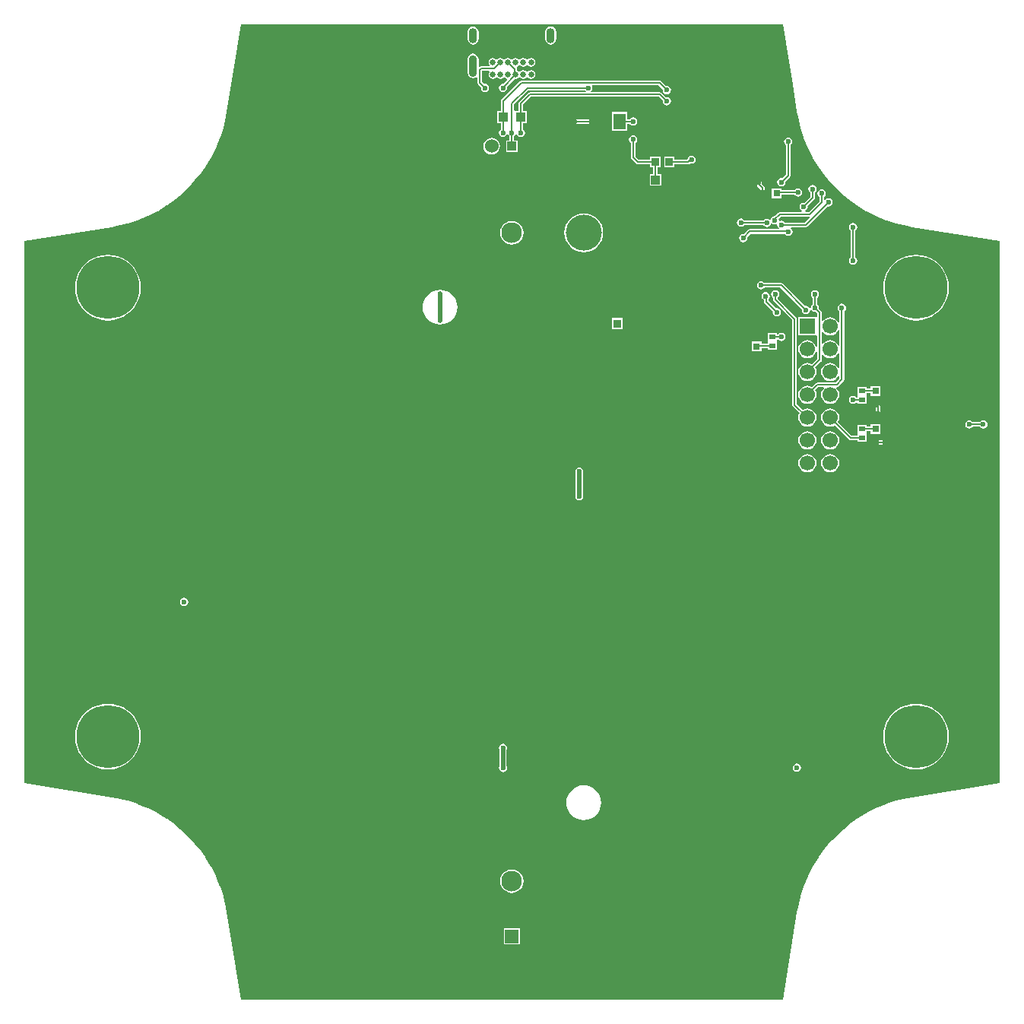
<source format=gtl>
G04*
G04 #@! TF.GenerationSoftware,Altium Limited,Altium Designer,20.0.11 (256)*
G04*
G04 Layer_Physical_Order=1*
G04 Layer_Color=255*
%FSLAX25Y25*%
%MOIN*%
G70*
G01*
G75*
%ADD12C,0.00787*%
%ADD15C,0.01968*%
%ADD16R,0.02756X0.02362*%
%ADD17R,0.03150X0.03150*%
%ADD18R,0.03150X0.03150*%
%ADD19R,0.03347X0.03347*%
%ADD20R,0.05512X0.07087*%
%ADD45R,0.03937X0.03937*%
%ADD46R,0.03937X0.03937*%
%ADD47O,0.03543X0.06693*%
%ADD48O,0.03543X0.09449*%
%ADD49C,0.02559*%
%ADD50R,0.05906X0.05906*%
%ADD51C,0.05906*%
%ADD52C,0.06693*%
%ADD53R,0.06693X0.06693*%
%ADD54C,0.06000*%
%ADD55C,0.09055*%
%ADD56O,0.02165X0.13976*%
%ADD57C,0.15748*%
%ADD58C,0.03543*%
%ADD59R,0.03543X0.03543*%
%ADD60C,0.27559*%
%ADD61C,0.02362*%
G36*
X298965Y294062D02*
X298965Y294062D01*
X300265Y285853D01*
Y285853D01*
X302142Y274003D01*
X302148Y273988D01*
X302148Y273972D01*
X302556Y271682D01*
X302574Y271636D01*
X302576Y271587D01*
X303662Y267064D01*
X303689Y267005D01*
X303697Y266941D01*
X305134Y262517D01*
X305166Y262460D01*
X305179Y262396D01*
X306959Y258099D01*
X306995Y258045D01*
X307013Y257982D01*
X309124Y253837D01*
X309165Y253786D01*
X309187Y253726D01*
X311618Y249759D01*
X311662Y249712D01*
X311689Y249653D01*
X314423Y245889D01*
X314471Y245845D01*
X314503Y245789D01*
X317524Y242251D01*
X317575Y242211D01*
X317611Y242157D01*
X320900Y238868D01*
X320954Y238832D01*
X320994Y238781D01*
X324532Y235760D01*
X324588Y235728D01*
X324632Y235680D01*
X328396Y232946D01*
X328454Y232919D01*
X328502Y232875D01*
X332469Y230444D01*
X332529Y230422D01*
X332580Y230382D01*
X336725Y228270D01*
X336788Y228252D01*
X336842Y228216D01*
X341139Y226436D01*
X341203Y226423D01*
X341260Y226392D01*
X345684Y224954D01*
X345748Y224946D01*
X345807Y224919D01*
X350330Y223833D01*
X350379Y223831D01*
X350424Y223814D01*
X352715Y223405D01*
X352731Y223405D01*
X352746Y223399D01*
X390936Y217351D01*
X390940Y-20503D01*
X352746Y-26552D01*
X352731Y-26558D01*
X352715Y-26558D01*
X350424Y-26967D01*
X350379Y-26984D01*
X350330Y-26986D01*
X345807Y-28072D01*
X345748Y-28100D01*
X345684Y-28107D01*
X341260Y-29545D01*
X341203Y-29576D01*
X341139Y-29589D01*
X336842Y-31369D01*
X336788Y-31405D01*
X336725Y-31423D01*
X332580Y-33535D01*
X332529Y-33575D01*
X332469Y-33597D01*
X328502Y-36028D01*
X328454Y-36072D01*
X328396Y-36099D01*
X324632Y-38833D01*
X324588Y-38881D01*
X324532Y-38913D01*
X320994Y-41934D01*
X320954Y-41985D01*
X320900Y-42021D01*
X317611Y-45310D01*
X317575Y-45364D01*
X317524Y-45404D01*
X314503Y-48942D01*
X314471Y-48998D01*
X314423Y-49042D01*
X311689Y-52806D01*
X311662Y-52865D01*
X311618Y-52912D01*
X309187Y-56879D01*
X309165Y-56940D01*
X309124Y-56990D01*
X307013Y-61135D01*
X306995Y-61198D01*
X306959Y-61252D01*
X305179Y-65549D01*
X305166Y-65613D01*
X305134Y-65670D01*
X303697Y-70094D01*
X303689Y-70158D01*
X303662Y-70217D01*
X302576Y-74741D01*
X302574Y-74789D01*
X302556Y-74835D01*
X302148Y-77125D01*
X302148Y-77140D01*
X302143Y-77154D01*
X296044Y-115350D01*
X58240D01*
X54067Y-89006D01*
X54067Y-89006D01*
X52190Y-77156D01*
X52185Y-77141D01*
X52185Y-77125D01*
X51776Y-74835D01*
X51758Y-74789D01*
X51757Y-74741D01*
X50671Y-70217D01*
X50643Y-70158D01*
X50636Y-70094D01*
X49198Y-65670D01*
X49167Y-65613D01*
X49154Y-65549D01*
X47374Y-61252D01*
X47338Y-61198D01*
X47320Y-61135D01*
X45208Y-56990D01*
X45168Y-56940D01*
X45146Y-56879D01*
X42715Y-52912D01*
X42671Y-52865D01*
X42644Y-52806D01*
X39909Y-49042D01*
X39862Y-48998D01*
X39830Y-48942D01*
X36809Y-45404D01*
X36758Y-45364D01*
X36722Y-45310D01*
X33433Y-42021D01*
X33379Y-41985D01*
X33338Y-41934D01*
X29801Y-38913D01*
X29745Y-38881D01*
X29701Y-38833D01*
X25937Y-36099D01*
X25878Y-36072D01*
X25831Y-36028D01*
X21864Y-33597D01*
X21803Y-33575D01*
X21752Y-33535D01*
X17607Y-31423D01*
X17545Y-31405D01*
X17491Y-31369D01*
X13193Y-29589D01*
X13130Y-29576D01*
X13073Y-29545D01*
X8649Y-28107D01*
X8585Y-28100D01*
X8526Y-28072D01*
X4002Y-26986D01*
X3954Y-26984D01*
X3908Y-26967D01*
X1618Y-26558D01*
X1603Y-26558D01*
X1588Y-26553D01*
X-36608Y-20454D01*
Y217301D01*
X1588Y223400D01*
X1603Y223405D01*
X1618Y223405D01*
X3908Y223814D01*
X3954Y223831D01*
X4002Y223833D01*
X8526Y224919D01*
X8585Y224946D01*
X8649Y224954D01*
X13073Y226392D01*
X13130Y226423D01*
X13193Y226436D01*
X17491Y228216D01*
X17545Y228252D01*
X17607Y228270D01*
X21752Y230382D01*
X21803Y230422D01*
X21864Y230444D01*
X25831Y232875D01*
X25878Y232919D01*
X25937Y232946D01*
X29701Y235680D01*
X29745Y235728D01*
X29801Y235760D01*
X33338Y238781D01*
X33379Y238832D01*
X33433Y238868D01*
X36722Y242157D01*
X36758Y242211D01*
X36809Y242251D01*
X39830Y245789D01*
X39862Y245845D01*
X39909Y245889D01*
X42644Y249653D01*
X42671Y249712D01*
X42715Y249759D01*
X45146Y253726D01*
X45168Y253786D01*
X45208Y253837D01*
X47320Y257982D01*
X47338Y258045D01*
X47374Y258099D01*
X49154Y262396D01*
X49167Y262460D01*
X49198Y262517D01*
X50636Y266941D01*
X50643Y267005D01*
X50671Y267064D01*
X51757Y271587D01*
X51758Y271636D01*
X51776Y271682D01*
X52185Y273972D01*
X52185Y273988D01*
X52191Y274003D01*
X54067Y285853D01*
X55367Y294060D01*
X58287Y312197D01*
X296093D01*
X298965Y294062D01*
D02*
G37*
%LPC*%
G36*
X194193Y311414D02*
X193268Y311230D01*
X192484Y310706D01*
X191959Y309922D01*
X191775Y308996D01*
Y305846D01*
X191959Y304921D01*
X192484Y304137D01*
X193268Y303612D01*
X194193Y303429D01*
X195119Y303612D01*
X195903Y304137D01*
X196427Y304921D01*
X196611Y305846D01*
Y308996D01*
X196427Y309922D01*
X195903Y310706D01*
X195119Y311230D01*
X194193Y311414D01*
D02*
G37*
G36*
X160137D02*
X159212Y311230D01*
X158428Y310706D01*
X157903Y309922D01*
X157719Y308996D01*
Y305846D01*
X157903Y304921D01*
X158428Y304137D01*
X159212Y303612D01*
X160137Y303429D01*
X161063Y303612D01*
X161847Y304137D01*
X162371Y304921D01*
X162555Y305846D01*
Y308996D01*
X162371Y309922D01*
X161847Y310706D01*
X161063Y311230D01*
X160137Y311414D01*
D02*
G37*
G36*
Y299485D02*
X159212Y299301D01*
X158428Y298777D01*
X157903Y297992D01*
X157719Y297067D01*
Y291161D01*
X157903Y290236D01*
X158428Y289452D01*
X159212Y288927D01*
X160137Y288743D01*
X161063Y288927D01*
X161666Y289331D01*
X162166Y289097D01*
Y286624D01*
X162243Y286236D01*
X162463Y285908D01*
X163602Y284768D01*
X163538Y284449D01*
X163677Y283754D01*
X164070Y283165D01*
X164659Y282771D01*
X165354Y282633D01*
X166049Y282771D01*
X166638Y283165D01*
X167032Y283754D01*
X167170Y284449D01*
X167032Y285144D01*
X166638Y285733D01*
X166049Y286127D01*
X165354Y286265D01*
X165035Y286201D01*
X164192Y287044D01*
Y291893D01*
X164199Y291900D01*
X167045D01*
X167303Y291400D01*
X167029Y290990D01*
X166883Y290256D01*
X167029Y289523D01*
X167444Y288901D01*
X168066Y288486D01*
X168799Y288340D01*
X169533Y288486D01*
X170154Y288901D01*
X170222Y289003D01*
X170722D01*
X170790Y288901D01*
X171412Y288486D01*
X172145Y288340D01*
X172879Y288486D01*
X173500Y288901D01*
X173569Y289004D01*
X174069D01*
X174137Y288901D01*
X174759Y288486D01*
X174982Y288441D01*
X175147Y287899D01*
X173466Y286218D01*
X173228Y286265D01*
X172533Y286127D01*
X171944Y285733D01*
X171551Y285144D01*
X171412Y284449D01*
X171551Y283754D01*
X171944Y283165D01*
X172533Y282771D01*
X173228Y282633D01*
X173923Y282771D01*
X174512Y283165D01*
X174906Y283754D01*
X175044Y284449D01*
X174964Y284851D01*
X178517Y288404D01*
X178838Y288340D01*
X179572Y288486D01*
X180193Y288901D01*
X180262Y289004D01*
X180762D01*
X180830Y288901D01*
X181452Y288486D01*
X182185Y288340D01*
X182919Y288486D01*
X183540Y288901D01*
X183608Y289003D01*
X184108D01*
X184176Y288901D01*
X184798Y288486D01*
X185531Y288340D01*
X186265Y288486D01*
X186886Y288901D01*
X187302Y289523D01*
X187448Y290256D01*
X187302Y290990D01*
X186886Y291611D01*
X186265Y292027D01*
X185531Y292173D01*
X184798Y292027D01*
X184176Y291611D01*
X184108Y291510D01*
X183608D01*
X183540Y291611D01*
X182919Y292027D01*
X182185Y292173D01*
X181452Y292027D01*
X180830Y291611D01*
X180762Y291509D01*
X180262D01*
X180193Y291611D01*
X179572Y292027D01*
X179513Y292039D01*
Y292563D01*
X179435Y292951D01*
X179251Y293226D01*
X179313Y293600D01*
X179361Y293758D01*
X179572Y293800D01*
X180193Y294215D01*
X180262Y294318D01*
X180762D01*
X180830Y294215D01*
X181452Y293800D01*
X182185Y293654D01*
X182919Y293800D01*
X183540Y294215D01*
X183608Y294317D01*
X184108D01*
X184176Y294215D01*
X184798Y293800D01*
X185531Y293654D01*
X186265Y293800D01*
X186886Y294215D01*
X187302Y294837D01*
X187448Y295570D01*
X187302Y296304D01*
X186886Y296925D01*
X186265Y297341D01*
X185531Y297487D01*
X184798Y297341D01*
X184176Y296925D01*
X184108Y296824D01*
X183608D01*
X183540Y296925D01*
X182919Y297341D01*
X182185Y297487D01*
X181452Y297341D01*
X180830Y296925D01*
X180762Y296823D01*
X180262D01*
X180193Y296925D01*
X179572Y297341D01*
X178838Y297487D01*
X178105Y297341D01*
X177483Y296925D01*
X177415Y296824D01*
X176915D01*
X176847Y296925D01*
X176226Y297341D01*
X175492Y297487D01*
X174759Y297341D01*
X174137Y296925D01*
X174069Y296823D01*
X173569D01*
X173500Y296925D01*
X172879Y297341D01*
X172145Y297487D01*
X171412Y297341D01*
X170790Y296925D01*
X170722Y296824D01*
X170222D01*
X170154Y296925D01*
X169533Y297341D01*
X168799Y297487D01*
X168066Y297341D01*
X167444Y296925D01*
X167029Y296304D01*
X166883Y295570D01*
X167029Y294837D01*
X167303Y294427D01*
X167045Y293927D01*
X163779D01*
X163392Y293849D01*
X163063Y293630D01*
X163017Y293584D01*
X162555Y293775D01*
Y297067D01*
X162371Y297992D01*
X161847Y298777D01*
X161063Y299301D01*
X160137Y299485D01*
D02*
G37*
G36*
X241920Y287637D02*
X181309D01*
X180921Y287560D01*
X180592Y287340D01*
X172512Y279260D01*
X172292Y278931D01*
X172215Y278543D01*
Y274222D01*
X170660D01*
Y269085D01*
X172215D01*
Y266229D01*
X171944Y266048D01*
X171551Y265459D01*
X171412Y264764D01*
X171551Y264069D01*
X171944Y263480D01*
X172533Y263086D01*
X173228Y262948D01*
X173923Y263086D01*
X174512Y263480D01*
X174906Y264069D01*
X174942Y264249D01*
X175452D01*
X175488Y264069D01*
X175881Y263480D01*
X176152Y263299D01*
Y261427D01*
X174597D01*
Y256290D01*
X179734D01*
Y261427D01*
X178179D01*
Y263299D01*
X178449Y263480D01*
X178843Y264069D01*
X178879Y264249D01*
X179389D01*
X179425Y264069D01*
X179818Y263480D01*
X180407Y263086D01*
X181102Y262948D01*
X181797Y263086D01*
X182387Y263480D01*
X182780Y264069D01*
X182918Y264764D01*
X182780Y265459D01*
X182387Y266048D01*
X182115Y266229D01*
Y269085D01*
X183671D01*
Y274222D01*
X182115D01*
Y277139D01*
X185459Y280483D01*
X241706D01*
X243326Y278863D01*
X243263Y278543D01*
X243401Y277848D01*
X243795Y277259D01*
X244384Y276866D01*
X245079Y276727D01*
X245774Y276866D01*
X246363Y277259D01*
X246757Y277848D01*
X246895Y278543D01*
X246757Y279238D01*
X246363Y279827D01*
X245774Y280221D01*
X245079Y280359D01*
X244759Y280296D01*
X242842Y282212D01*
X242514Y282432D01*
X242126Y282509D01*
X211833D01*
X211681Y283009D01*
X211914Y283165D01*
X212308Y283754D01*
X212446Y284449D01*
X212314Y285110D01*
X212318Y285220D01*
X212526Y285610D01*
X241500D01*
X243326Y283784D01*
X243263Y283465D01*
X243401Y282770D01*
X243795Y282181D01*
X244384Y281787D01*
X245079Y281649D01*
X245774Y281787D01*
X246363Y282181D01*
X246757Y282770D01*
X246895Y283465D01*
X246757Y284159D01*
X246363Y284749D01*
X245774Y285142D01*
X245079Y285281D01*
X244759Y285217D01*
X242636Y287340D01*
X242307Y287560D01*
X241920Y287637D01*
D02*
G37*
G36*
X213583Y270698D02*
X204724D01*
X204337Y270621D01*
X204008Y270402D01*
X203788Y270073D01*
X203711Y269685D01*
X203788Y269297D01*
X204008Y268969D01*
X204337Y268749D01*
X204724Y268672D01*
X213583D01*
X213970Y268749D01*
X214299Y268969D01*
X214519Y269297D01*
X214596Y269685D01*
X214519Y270073D01*
X214299Y270402D01*
X213970Y270621D01*
X213583Y270698D01*
D02*
G37*
G36*
X227765Y273828D02*
X221054D01*
Y265542D01*
X227765D01*
Y268672D01*
X228850D01*
X229031Y268401D01*
X229620Y268007D01*
X230315Y267869D01*
X231010Y268007D01*
X231599Y268401D01*
X231993Y268990D01*
X232131Y269685D01*
X231993Y270380D01*
X231599Y270969D01*
X231010Y271363D01*
X230315Y271501D01*
X229620Y271363D01*
X229031Y270969D01*
X228850Y270698D01*
X227765D01*
Y273828D01*
D02*
G37*
G36*
X168307Y262489D02*
X167367Y262366D01*
X166492Y262003D01*
X165740Y261426D01*
X165163Y260674D01*
X164800Y259798D01*
X164676Y258858D01*
X164800Y257919D01*
X165163Y257043D01*
X165740Y256291D01*
X166492Y255714D01*
X167367Y255351D01*
X168307Y255227D01*
X169247Y255351D01*
X170123Y255714D01*
X170875Y256291D01*
X171452Y257043D01*
X171814Y257919D01*
X171938Y258858D01*
X171814Y259798D01*
X171452Y260674D01*
X170875Y261426D01*
X170123Y262003D01*
X169247Y262366D01*
X168307Y262489D01*
D02*
G37*
G36*
X255906Y254769D02*
X255211Y254630D01*
X254621Y254237D01*
X254228Y253648D01*
X254100Y253006D01*
X254076Y252982D01*
X248435D01*
Y254242D01*
X243888D01*
Y249695D01*
X248435D01*
Y250955D01*
X254495D01*
X254883Y251032D01*
X255211Y251252D01*
X255230Y251271D01*
X255906Y251137D01*
X256600Y251275D01*
X257190Y251669D01*
X257583Y252258D01*
X257721Y252953D01*
X257583Y253648D01*
X257190Y254237D01*
X256600Y254630D01*
X255906Y254769D01*
D02*
G37*
G36*
X298228Y262643D02*
X297533Y262505D01*
X296944Y262111D01*
X296551Y261522D01*
X296412Y260827D01*
X296551Y260132D01*
X296944Y259543D01*
X297215Y259362D01*
Y246483D01*
X295595Y244863D01*
X295276Y244926D01*
X294581Y244788D01*
X293991Y244394D01*
X293598Y243805D01*
X293460Y243110D01*
X293598Y242415D01*
X293991Y241826D01*
X294581Y241432D01*
X295276Y241294D01*
X295971Y241432D01*
X296560Y241826D01*
X296953Y242415D01*
X297092Y243110D01*
X297028Y243430D01*
X298945Y245347D01*
X299164Y245675D01*
X299241Y246063D01*
Y259362D01*
X299512Y259543D01*
X299906Y260132D01*
X300044Y260827D01*
X299906Y261522D01*
X299512Y262111D01*
X298923Y262505D01*
X298228Y262643D01*
D02*
G37*
G36*
X230315Y263627D02*
X229620Y263489D01*
X229031Y263095D01*
X228637Y262506D01*
X228499Y261811D01*
X228637Y261116D01*
X229031Y260527D01*
X229302Y260346D01*
Y253937D01*
X229379Y253549D01*
X229598Y253221D01*
X231567Y251252D01*
X231896Y251032D01*
X232283Y250955D01*
X237786D01*
Y249695D01*
X239046D01*
Y246663D01*
X237589D01*
Y241526D01*
X242726D01*
Y246663D01*
X241072D01*
Y249695D01*
X242332D01*
Y254242D01*
X237786D01*
Y252982D01*
X232703D01*
X231328Y254357D01*
Y260346D01*
X231599Y260527D01*
X231993Y261116D01*
X232131Y261811D01*
X231993Y262506D01*
X231599Y263095D01*
X231010Y263489D01*
X230315Y263627D01*
D02*
G37*
G36*
X302576Y240415D02*
X301881Y240277D01*
X301291Y239883D01*
X301111Y239612D01*
X295482D01*
Y240364D01*
X291132D01*
Y236014D01*
X295482D01*
Y237586D01*
X301111D01*
X301291Y237315D01*
X301881Y236922D01*
X302576Y236783D01*
X303271Y236922D01*
X303860Y237315D01*
X304253Y237904D01*
X304392Y238599D01*
X304253Y239294D01*
X303860Y239883D01*
X303271Y240277D01*
X302576Y240415D01*
D02*
G37*
G36*
X285433Y244123D02*
X285045Y244046D01*
X284717Y243827D01*
X284497Y243498D01*
X284420Y243110D01*
X284497Y242723D01*
X284717Y242394D01*
X284721Y242389D01*
Y241825D01*
X284798Y241437D01*
X285018Y241108D01*
X286062Y240064D01*
Y238515D01*
X286139Y238127D01*
X286359Y237799D01*
X286685Y237473D01*
X287014Y237253D01*
X287402Y237176D01*
X287789Y237253D01*
X288118Y237473D01*
X288338Y237801D01*
X288415Y238189D01*
X288338Y238577D01*
X288118Y238905D01*
X288089Y238935D01*
Y240484D01*
X288012Y240871D01*
X287792Y241200D01*
X286748Y242244D01*
Y242809D01*
X286670Y243197D01*
X286451Y243525D01*
X286150Y243827D01*
X285821Y244046D01*
X285433Y244123D01*
D02*
G37*
G36*
X308997Y241915D02*
X308302Y241777D01*
X307713Y241383D01*
X307319Y240794D01*
X307181Y240099D01*
X307319Y239404D01*
X307713Y238815D01*
X308042Y238595D01*
Y236640D01*
X305376Y233974D01*
X305057Y234038D01*
X304362Y233900D01*
X303773Y233506D01*
X303379Y232917D01*
X303241Y232222D01*
X303379Y231527D01*
X303773Y230938D01*
X304330Y230566D01*
X304335Y230529D01*
X304058Y230065D01*
X294694D01*
X294306Y229988D01*
X293977Y229769D01*
X292382Y228173D01*
X291740Y228045D01*
X291151Y227652D01*
X290757Y227062D01*
X290689Y226717D01*
X290446Y226625D01*
X290150Y226574D01*
X289620Y226928D01*
X288926Y227066D01*
X288230Y226928D01*
X287641Y226535D01*
X287556Y226407D01*
X279024D01*
X278843Y226678D01*
X278254Y227071D01*
X277559Y227210D01*
X276864Y227071D01*
X276275Y226678D01*
X275881Y226089D01*
X275743Y225394D01*
X275881Y224699D01*
X276275Y224110D01*
X276864Y223716D01*
X277559Y223578D01*
X278254Y223716D01*
X278843Y224110D01*
X279024Y224380D01*
X287365D01*
X287641Y223966D01*
X288230Y223573D01*
X288926Y223434D01*
X289620Y223573D01*
X290210Y223966D01*
X290603Y224555D01*
X290672Y224901D01*
X290915Y224993D01*
X291210Y225044D01*
X291740Y224690D01*
X292435Y224552D01*
X293000Y224664D01*
X293322Y224486D01*
X293477Y224320D01*
X293598Y223714D01*
X293991Y223125D01*
X294224Y222970D01*
X294073Y222470D01*
X281496D01*
X281108Y222393D01*
X280780Y222173D01*
X278863Y220256D01*
X278543Y220320D01*
X277848Y220182D01*
X277259Y219788D01*
X276866Y219199D01*
X276727Y218504D01*
X276866Y217809D01*
X277259Y217220D01*
X277848Y216826D01*
X278543Y216688D01*
X279238Y216826D01*
X279827Y217220D01*
X280221Y217809D01*
X280359Y218504D01*
X280296Y218824D01*
X281916Y220444D01*
X296976D01*
X297170Y220153D01*
X297759Y219759D01*
X298454Y219621D01*
X299149Y219759D01*
X299739Y220153D01*
X300132Y220742D01*
X300270Y221437D01*
X300132Y222132D01*
X299739Y222721D01*
X299476Y222896D01*
X299628Y223396D01*
X306102D01*
X306490Y223473D01*
X306819Y223693D01*
X315625Y232500D01*
X315945Y232436D01*
X316640Y232574D01*
X317229Y232968D01*
X317623Y233557D01*
X317761Y234252D01*
X317623Y234947D01*
X317229Y235536D01*
X316640Y235930D01*
X315945Y236068D01*
X315250Y235930D01*
X314661Y235536D01*
X314505Y235303D01*
X314005Y235455D01*
Y236703D01*
X314215Y236843D01*
X314608Y237433D01*
X314747Y238127D01*
X314608Y238823D01*
X314215Y239412D01*
X313626Y239805D01*
X312931Y239944D01*
X312236Y239805D01*
X311647Y239412D01*
X311253Y238823D01*
X311115Y238127D01*
X311253Y237433D01*
X311647Y236843D01*
X311979Y236621D01*
Y234672D01*
X307373Y230065D01*
X306055D01*
X305778Y230529D01*
X305783Y230566D01*
X306341Y230938D01*
X306734Y231527D01*
X306873Y232222D01*
X306809Y232542D01*
X309771Y235504D01*
X309991Y235833D01*
X310068Y236221D01*
Y238673D01*
X310281Y238815D01*
X310675Y239404D01*
X310813Y240099D01*
X310675Y240794D01*
X310281Y241383D01*
X309692Y241777D01*
X308997Y241915D01*
D02*
G37*
G36*
X177165Y226038D02*
X175827Y225862D01*
X174579Y225345D01*
X173508Y224523D01*
X172686Y223452D01*
X172170Y222205D01*
X171994Y220866D01*
X172170Y219528D01*
X172686Y218280D01*
X173508Y217209D01*
X174579Y216387D01*
X175827Y215871D01*
X177165Y215694D01*
X178504Y215871D01*
X179751Y216387D01*
X180822Y217209D01*
X181644Y218280D01*
X182161Y219528D01*
X182337Y220866D01*
X182161Y222205D01*
X181644Y223452D01*
X180822Y224523D01*
X179751Y225345D01*
X178504Y225862D01*
X177165Y226038D01*
D02*
G37*
G36*
X208661Y229381D02*
X207000Y229218D01*
X205403Y228733D01*
X203931Y227946D01*
X202640Y226887D01*
X201581Y225597D01*
X200795Y224125D01*
X200310Y222527D01*
X200146Y220866D01*
X200310Y219205D01*
X200795Y217608D01*
X201581Y216136D01*
X202640Y214845D01*
X203931Y213786D01*
X205403Y212999D01*
X207000Y212515D01*
X208661Y212351D01*
X210323Y212515D01*
X211920Y212999D01*
X213392Y213786D01*
X214682Y214845D01*
X215741Y216136D01*
X216528Y217608D01*
X217013Y219205D01*
X217176Y220866D01*
X217013Y222527D01*
X216528Y224125D01*
X215741Y225597D01*
X214682Y226887D01*
X213392Y227946D01*
X211920Y228733D01*
X210323Y229218D01*
X208661Y229381D01*
D02*
G37*
G36*
X326772Y225241D02*
X326077Y225103D01*
X325488Y224709D01*
X325094Y224120D01*
X324956Y223425D01*
X325094Y222730D01*
X325488Y222141D01*
X325759Y221960D01*
Y210126D01*
X325488Y209946D01*
X325094Y209356D01*
X324956Y208661D01*
X325094Y207966D01*
X325488Y207377D01*
X326077Y206984D01*
X326772Y206845D01*
X327467Y206984D01*
X328056Y207377D01*
X328449Y207966D01*
X328588Y208661D01*
X328449Y209356D01*
X328056Y209946D01*
X327785Y210126D01*
Y221960D01*
X328056Y222141D01*
X328449Y222730D01*
X328588Y223425D01*
X328449Y224120D01*
X328056Y224709D01*
X327467Y225103D01*
X326772Y225241D01*
D02*
G37*
G36*
X288386Y194936D02*
X287691Y194797D01*
X287102Y194404D01*
X286708Y193815D01*
X286570Y193120D01*
X286708Y192425D01*
X287102Y191836D01*
X287560Y191529D01*
Y190758D01*
X287637Y190370D01*
X287857Y190041D01*
X291555Y186343D01*
X291491Y186024D01*
X291629Y185329D01*
X292023Y184739D01*
X292612Y184346D01*
X293307Y184208D01*
X294002Y184346D01*
X294591Y184739D01*
X294985Y185329D01*
X295123Y186024D01*
X294985Y186719D01*
X294591Y187308D01*
X294002Y187701D01*
X293307Y187840D01*
X292987Y187776D01*
X289586Y191177D01*
Y191780D01*
X289670Y191836D01*
X290064Y192425D01*
X290202Y193120D01*
X290064Y193815D01*
X289670Y194404D01*
X289081Y194797D01*
X288386Y194936D01*
D02*
G37*
G36*
X354331Y211274D02*
X352074Y211097D01*
X349873Y210568D01*
X347782Y209702D01*
X345853Y208520D01*
X344131Y207050D01*
X342661Y205329D01*
X341479Y203399D01*
X340613Y201308D01*
X340084Y199107D01*
X339907Y196850D01*
X340084Y194594D01*
X340613Y192393D01*
X341479Y190302D01*
X342661Y188372D01*
X344131Y186651D01*
X345853Y185181D01*
X347782Y183999D01*
X349873Y183132D01*
X352074Y182604D01*
X354331Y182426D01*
X356587Y182604D01*
X358788Y183132D01*
X360879Y183999D01*
X362809Y185181D01*
X364530Y186651D01*
X366000Y188372D01*
X367183Y190302D01*
X368049Y192393D01*
X368577Y194594D01*
X368755Y196850D01*
X368577Y199107D01*
X368049Y201308D01*
X367183Y203399D01*
X366000Y205329D01*
X364530Y207050D01*
X362809Y208520D01*
X360879Y209702D01*
X358788Y210568D01*
X356587Y211097D01*
X354331Y211274D01*
D02*
G37*
G36*
X0D02*
X-2256Y211097D01*
X-4457Y210568D01*
X-6548Y209702D01*
X-8478Y208520D01*
X-10199Y207050D01*
X-11669Y205329D01*
X-12852Y203399D01*
X-13718Y201308D01*
X-14246Y199107D01*
X-14424Y196850D01*
X-14246Y194594D01*
X-13718Y192393D01*
X-12852Y190302D01*
X-11669Y188372D01*
X-10199Y186651D01*
X-8478Y185181D01*
X-6548Y183999D01*
X-4457Y183132D01*
X-2256Y182604D01*
X0Y182426D01*
X2256Y182604D01*
X4457Y183132D01*
X6548Y183999D01*
X8478Y185181D01*
X10199Y186651D01*
X11669Y188372D01*
X12852Y190302D01*
X13718Y192393D01*
X14246Y194594D01*
X14424Y196850D01*
X14246Y199107D01*
X13718Y201308D01*
X12852Y203399D01*
X11669Y205329D01*
X10199Y207050D01*
X8478Y208520D01*
X6548Y209702D01*
X4457Y210568D01*
X2256Y211097D01*
X0Y211274D01*
D02*
G37*
G36*
X145669Y195893D02*
X144182Y195746D01*
X142751Y195312D01*
X141433Y194608D01*
X140278Y193659D01*
X139329Y192504D01*
X138625Y191186D01*
X138191Y189755D01*
X138044Y188268D01*
X138191Y186780D01*
X138625Y185350D01*
X139329Y184031D01*
X140278Y182876D01*
X141433Y181928D01*
X142751Y181223D01*
X144182Y180789D01*
X145669Y180643D01*
X147157Y180789D01*
X148587Y181223D01*
X149906Y181928D01*
X151061Y182876D01*
X152009Y184031D01*
X152714Y185350D01*
X153148Y186780D01*
X153294Y188268D01*
X153148Y189755D01*
X152714Y191186D01*
X152009Y192504D01*
X151061Y193659D01*
X149906Y194608D01*
X148587Y195312D01*
X147157Y195746D01*
X145669Y195893D01*
D02*
G37*
G36*
X225797Y183474D02*
X221054D01*
Y178731D01*
X225797D01*
Y183474D01*
D02*
G37*
G36*
X295276Y177013D02*
X294581Y176875D01*
X293991Y176481D01*
X293811Y176210D01*
X293317D01*
Y176978D01*
X289361D01*
Y173541D01*
X289361Y173416D01*
Y173041D01*
X289361Y172916D01*
Y172273D01*
X286584D01*
Y173238D01*
X282235D01*
Y168888D01*
X286584D01*
Y170247D01*
X289361D01*
Y169479D01*
X293317D01*
Y172916D01*
X293317Y173041D01*
Y173416D01*
X293317Y173541D01*
Y174184D01*
X293811D01*
X293991Y173913D01*
X294581Y173519D01*
X295276Y173381D01*
X295971Y173519D01*
X296560Y173913D01*
X296953Y174502D01*
X297092Y175197D01*
X296953Y175892D01*
X296560Y176481D01*
X295971Y176875D01*
X295276Y177013D01*
D02*
G37*
G36*
X286417Y199651D02*
X285722Y199512D01*
X285133Y199119D01*
X284740Y198530D01*
X284601Y197835D01*
X284740Y197140D01*
X285133Y196551D01*
X285722Y196157D01*
X286417Y196019D01*
X287112Y196157D01*
X287701Y196551D01*
X287882Y196821D01*
X294856D01*
X304350Y187327D01*
X304286Y187008D01*
X304425Y186313D01*
X304818Y185724D01*
X305407Y185330D01*
X306102Y185192D01*
X306797Y185330D01*
X307386Y185724D01*
X307780Y186313D01*
X307918Y187008D01*
X307884Y187180D01*
X308362Y187297D01*
X308755Y186708D01*
X309344Y186314D01*
X310039Y186176D01*
X310359Y186240D01*
X310995Y185604D01*
Y184138D01*
X310639Y183789D01*
X310495Y183789D01*
X302747D01*
Y175896D01*
X310495D01*
X310639Y175896D01*
X310995Y175547D01*
Y171076D01*
X310495Y170977D01*
X310140Y171833D01*
X309507Y172657D01*
X308683Y173290D01*
X307723Y173687D01*
X306693Y173823D01*
X305663Y173687D01*
X304703Y173290D01*
X303878Y172657D01*
X303246Y171833D01*
X302848Y170873D01*
X302712Y169843D01*
X302848Y168812D01*
X303246Y167852D01*
X303878Y167028D01*
X304703Y166395D01*
X305663Y165998D01*
X306693Y165862D01*
X307723Y165998D01*
X308683Y166395D01*
X309507Y167028D01*
X310140Y167852D01*
X310495Y168708D01*
X310995Y168609D01*
Y165577D01*
X308697Y163279D01*
X308683Y163290D01*
X307723Y163687D01*
X306693Y163823D01*
X305663Y163687D01*
X304703Y163290D01*
X303878Y162657D01*
X303246Y161833D01*
X302848Y160873D01*
X302712Y159843D01*
X302848Y158812D01*
X303246Y157852D01*
X303878Y157028D01*
X304703Y156395D01*
X305663Y155998D01*
X306693Y155862D01*
X307723Y155998D01*
X308683Y156395D01*
X309507Y157028D01*
X310140Y157852D01*
X310538Y158812D01*
X310673Y159843D01*
X310538Y160873D01*
X310140Y161833D01*
X310130Y161846D01*
X312724Y164441D01*
X312944Y164770D01*
X313021Y165157D01*
Y167324D01*
X313521Y167493D01*
X313878Y167028D01*
X314703Y166395D01*
X315663Y165998D01*
X316693Y165862D01*
X317723Y165998D01*
X318683Y166395D01*
X319508Y167028D01*
X320140Y167852D01*
X320337Y168328D01*
X320837Y168229D01*
Y161456D01*
X320337Y161357D01*
X320140Y161833D01*
X319508Y162657D01*
X318683Y163290D01*
X317723Y163687D01*
X316693Y163823D01*
X315663Y163687D01*
X314703Y163290D01*
X313878Y162657D01*
X313246Y161833D01*
X312848Y160873D01*
X312712Y159843D01*
X312848Y158812D01*
X313246Y157852D01*
X313878Y157028D01*
X314703Y156395D01*
X315663Y155998D01*
X316693Y155862D01*
X317723Y155998D01*
X318683Y156395D01*
X319508Y157028D01*
X320140Y157852D01*
X320337Y158328D01*
X320837Y158229D01*
Y156916D01*
X319117Y155196D01*
X311033D01*
X310645Y155119D01*
X310317Y154899D01*
X308697Y153279D01*
X308683Y153290D01*
X307723Y153687D01*
X306693Y153823D01*
X305663Y153687D01*
X304703Y153290D01*
X303878Y152657D01*
X303246Y151833D01*
X302848Y150873D01*
X302712Y149843D01*
X302848Y148812D01*
X303246Y147852D01*
X303878Y147028D01*
X304703Y146395D01*
X305663Y145998D01*
X306693Y145862D01*
X307723Y145998D01*
X308683Y146395D01*
X309507Y147028D01*
X310140Y147852D01*
X310538Y148812D01*
X310673Y149843D01*
X310538Y150873D01*
X310140Y151833D01*
X310130Y151846D01*
X311453Y153170D01*
X313768D01*
X313929Y152696D01*
X313878Y152657D01*
X313246Y151833D01*
X312848Y150873D01*
X312712Y149843D01*
X312848Y148812D01*
X313246Y147852D01*
X313878Y147028D01*
X314703Y146395D01*
X315663Y145998D01*
X316693Y145862D01*
X317723Y145998D01*
X318683Y146395D01*
X319508Y147028D01*
X320140Y147852D01*
X320538Y148812D01*
X320673Y149843D01*
X320538Y150873D01*
X320140Y151833D01*
X319508Y152657D01*
X319425Y152721D01*
X319636Y153189D01*
X319925Y153247D01*
X320253Y153466D01*
X322567Y155780D01*
X322786Y156108D01*
X322864Y156496D01*
Y186527D01*
X323134Y186708D01*
X323528Y187297D01*
X323666Y187992D01*
X323528Y188687D01*
X323134Y189276D01*
X322545Y189670D01*
X321850Y189808D01*
X321155Y189670D01*
X320566Y189276D01*
X320173Y188687D01*
X320034Y187992D01*
X320173Y187297D01*
X320566Y186708D01*
X320837Y186527D01*
Y181456D01*
X320337Y181357D01*
X320140Y181833D01*
X319508Y182657D01*
X318683Y183290D01*
X317723Y183687D01*
X316693Y183823D01*
X315663Y183687D01*
X314703Y183290D01*
X313878Y182657D01*
X313521Y182192D01*
X313021Y182361D01*
Y186024D01*
X312944Y186411D01*
X312724Y186740D01*
X311792Y187673D01*
X311855Y187992D01*
X311717Y188687D01*
X311323Y189276D01*
X311052Y189457D01*
Y192432D01*
X311323Y192613D01*
X311717Y193203D01*
X311855Y193898D01*
X311717Y194593D01*
X311323Y195182D01*
X310734Y195575D01*
X310039Y195714D01*
X309344Y195575D01*
X308755Y195182D01*
X308362Y194593D01*
X308223Y193898D01*
X308362Y193203D01*
X308755Y192613D01*
X309026Y192432D01*
Y189457D01*
X308755Y189276D01*
X308362Y188687D01*
X308223Y187992D01*
X308258Y187820D01*
X307780Y187703D01*
X307386Y188292D01*
X306797Y188686D01*
X306102Y188824D01*
X305783Y188760D01*
X295992Y198551D01*
X295663Y198771D01*
X295276Y198848D01*
X287882D01*
X287701Y199119D01*
X287112Y199512D01*
X286417Y199651D01*
D02*
G37*
G36*
X338789Y153750D02*
X334439D01*
Y152588D01*
X332687D01*
Y153356D01*
X328731D01*
Y149919D01*
X328731Y149794D01*
Y149419D01*
X328731Y149294D01*
Y148651D01*
X328237D01*
X328056Y148922D01*
X327467Y149316D01*
X326772Y149454D01*
X326077Y149316D01*
X325488Y148922D01*
X325094Y148333D01*
X324956Y147638D01*
X325094Y146943D01*
X325488Y146354D01*
X326077Y145960D01*
X326772Y145822D01*
X327467Y145960D01*
X328056Y146354D01*
X328237Y146625D01*
X328731D01*
Y145857D01*
X332687D01*
Y149294D01*
X332687Y149419D01*
Y149794D01*
X332687Y149919D01*
Y150562D01*
X334439D01*
Y149400D01*
X338789D01*
Y153750D01*
D02*
G37*
G36*
X336614Y146683D02*
X336226Y146605D01*
X335898Y146386D01*
X335678Y146057D01*
X335601Y145669D01*
X335678Y145282D01*
X335898Y144953D01*
X336585Y144265D01*
Y141732D01*
X336662Y141345D01*
X336882Y141016D01*
X337211Y140796D01*
X337598Y140719D01*
X337986Y140796D01*
X338315Y141016D01*
X338534Y141345D01*
X338612Y141732D01*
Y144685D01*
X338534Y145073D01*
X338315Y145401D01*
X337331Y146386D01*
X337002Y146605D01*
X336614Y146683D01*
D02*
G37*
G36*
X383858Y138627D02*
X383163Y138489D01*
X382574Y138095D01*
X382393Y137824D01*
X379212D01*
X379031Y138095D01*
X378441Y138488D01*
X377747Y138627D01*
X377051Y138488D01*
X376462Y138095D01*
X376069Y137506D01*
X375931Y136811D01*
X376069Y136116D01*
X376462Y135527D01*
X377051Y135133D01*
X377747Y134995D01*
X378441Y135133D01*
X379031Y135527D01*
X379212Y135798D01*
X382393D01*
X382574Y135527D01*
X383163Y135133D01*
X383858Y134995D01*
X384553Y135133D01*
X385142Y135527D01*
X385536Y136116D01*
X385674Y136811D01*
X385536Y137506D01*
X385142Y138095D01*
X384553Y138489D01*
X383858Y138627D01*
D02*
G37*
G36*
X292580Y195714D02*
X291885Y195575D01*
X291296Y195182D01*
X290902Y194593D01*
X290764Y193898D01*
X290902Y193203D01*
X291296Y192613D01*
X291567Y192432D01*
Y191672D01*
X291644Y191284D01*
X291864Y190955D01*
X300168Y182651D01*
Y145354D01*
X300245Y144967D01*
X300465Y144638D01*
X303256Y141846D01*
X303246Y141833D01*
X302848Y140873D01*
X302712Y139842D01*
X302848Y138812D01*
X303246Y137852D01*
X303878Y137028D01*
X304703Y136395D01*
X305663Y135998D01*
X306693Y135862D01*
X307723Y135998D01*
X308683Y136395D01*
X309507Y137028D01*
X310140Y137852D01*
X310538Y138812D01*
X310673Y139842D01*
X310538Y140873D01*
X310140Y141833D01*
X309507Y142657D01*
X308683Y143290D01*
X307723Y143687D01*
X306693Y143823D01*
X305663Y143687D01*
X304703Y143290D01*
X304689Y143279D01*
X302194Y145774D01*
Y183071D01*
X302117Y183459D01*
X301898Y183787D01*
X293702Y191983D01*
X293740Y192531D01*
X293864Y192613D01*
X294258Y193203D01*
X294396Y193898D01*
X294258Y194593D01*
X293864Y195182D01*
X293275Y195575D01*
X292580Y195714D01*
D02*
G37*
G36*
X316693Y143823D02*
X315663Y143687D01*
X314703Y143290D01*
X313878Y142657D01*
X313246Y141833D01*
X312848Y140873D01*
X312712Y139842D01*
X312848Y138812D01*
X313246Y137852D01*
X313878Y137028D01*
X314703Y136395D01*
X315663Y135998D01*
X316693Y135862D01*
X317723Y135998D01*
X318683Y136395D01*
X318697Y136406D01*
X324914Y130189D01*
X325242Y129970D01*
X325630Y129892D01*
X328731D01*
Y129124D01*
X332687D01*
Y132561D01*
X332687Y132687D01*
Y133061D01*
X332687Y133187D01*
Y133829D01*
X334439D01*
Y132668D01*
X338789D01*
Y137017D01*
X334439D01*
Y135856D01*
X332687D01*
Y136624D01*
X328731D01*
Y133187D01*
X328731Y133061D01*
Y132687D01*
X328731Y132561D01*
Y131919D01*
X326050D01*
X320130Y137839D01*
X320140Y137852D01*
X320538Y138812D01*
X320673Y139842D01*
X320538Y140873D01*
X320140Y141833D01*
X319508Y142657D01*
X318683Y143290D01*
X317723Y143687D01*
X316693Y143823D01*
D02*
G37*
G36*
X340551Y129950D02*
X336614D01*
X336227Y129873D01*
X335898Y129653D01*
X335678Y129325D01*
X335601Y128937D01*
X335678Y128549D01*
X335898Y128221D01*
X336227Y128001D01*
X336614Y127924D01*
X340551D01*
X340939Y128001D01*
X341268Y128221D01*
X341487Y128549D01*
X341564Y128937D01*
X341487Y129325D01*
X341268Y129653D01*
X340939Y129873D01*
X340551Y129950D01*
D02*
G37*
G36*
X316693Y133823D02*
X315663Y133687D01*
X314703Y133290D01*
X313878Y132657D01*
X313246Y131833D01*
X312848Y130873D01*
X312712Y129842D01*
X312848Y128812D01*
X313246Y127852D01*
X313878Y127028D01*
X314703Y126395D01*
X315663Y125998D01*
X316693Y125862D01*
X317723Y125998D01*
X318683Y126395D01*
X319508Y127028D01*
X320140Y127852D01*
X320538Y128812D01*
X320673Y129842D01*
X320538Y130873D01*
X320140Y131833D01*
X319508Y132657D01*
X318683Y133290D01*
X317723Y133687D01*
X316693Y133823D01*
D02*
G37*
G36*
X306693D02*
X305663Y133687D01*
X304703Y133290D01*
X303878Y132657D01*
X303246Y131833D01*
X302848Y130873D01*
X302712Y129842D01*
X302848Y128812D01*
X303246Y127852D01*
X303878Y127028D01*
X304703Y126395D01*
X305663Y125998D01*
X306693Y125862D01*
X307723Y125998D01*
X308683Y126395D01*
X309507Y127028D01*
X310140Y127852D01*
X310538Y128812D01*
X310673Y129842D01*
X310538Y130873D01*
X310140Y131833D01*
X309507Y132657D01*
X308683Y133290D01*
X307723Y133687D01*
X306693Y133823D01*
D02*
G37*
G36*
X316693Y123823D02*
X315663Y123687D01*
X314703Y123290D01*
X313878Y122657D01*
X313246Y121833D01*
X312848Y120873D01*
X312712Y119843D01*
X312848Y118812D01*
X313246Y117852D01*
X313878Y117028D01*
X314703Y116395D01*
X315663Y115998D01*
X316693Y115862D01*
X317723Y115998D01*
X318683Y116395D01*
X319508Y117028D01*
X320140Y117852D01*
X320538Y118812D01*
X320673Y119843D01*
X320538Y120873D01*
X320140Y121833D01*
X319508Y122657D01*
X318683Y123290D01*
X317723Y123687D01*
X316693Y123823D01*
D02*
G37*
G36*
X306693D02*
X305663Y123687D01*
X304703Y123290D01*
X303878Y122657D01*
X303246Y121833D01*
X302848Y120873D01*
X302712Y119843D01*
X302848Y118812D01*
X303246Y117852D01*
X303878Y117028D01*
X304703Y116395D01*
X305663Y115998D01*
X306693Y115862D01*
X307723Y115998D01*
X308683Y116395D01*
X309507Y117028D01*
X310140Y117852D01*
X310538Y118812D01*
X310673Y119843D01*
X310538Y120873D01*
X310140Y121833D01*
X309507Y122657D01*
X308683Y123290D01*
X307723Y123687D01*
X306693Y123823D01*
D02*
G37*
G36*
X206693Y117958D02*
X205998Y117819D01*
X205409Y117426D01*
X205015Y116837D01*
X204877Y116142D01*
X205015Y115447D01*
X205078Y115353D01*
Y106103D01*
X205015Y106010D01*
X204877Y105315D01*
X205015Y104620D01*
X205409Y104031D01*
X205998Y103637D01*
X206693Y103499D01*
X207388Y103637D01*
X207977Y104031D01*
X208371Y104620D01*
X208509Y105315D01*
X208371Y106010D01*
X208308Y106103D01*
Y115353D01*
X208371Y115447D01*
X208509Y116142D01*
X208371Y116837D01*
X207977Y117426D01*
X207388Y117819D01*
X206693Y117958D01*
D02*
G37*
G36*
X33465Y60871D02*
X32770Y60733D01*
X32181Y60339D01*
X31787Y59750D01*
X31649Y59055D01*
X31787Y58360D01*
X32181Y57771D01*
X32770Y57377D01*
X33465Y57239D01*
X34159Y57377D01*
X34749Y57771D01*
X35142Y58360D01*
X35281Y59055D01*
X35142Y59750D01*
X34749Y60339D01*
X34159Y60733D01*
X33465Y60871D01*
D02*
G37*
G36*
X354331Y14424D02*
X352074Y14246D01*
X349873Y13718D01*
X347782Y12852D01*
X345853Y11669D01*
X344131Y10199D01*
X342661Y8478D01*
X341479Y6548D01*
X340613Y4457D01*
X340084Y2256D01*
X339907Y0D01*
X340084Y-2256D01*
X340613Y-4457D01*
X341479Y-6548D01*
X342661Y-8478D01*
X344131Y-10199D01*
X345853Y-11669D01*
X347782Y-12852D01*
X349873Y-13718D01*
X352074Y-14246D01*
X354331Y-14424D01*
X356587Y-14246D01*
X358788Y-13718D01*
X360879Y-12852D01*
X362809Y-11669D01*
X364530Y-10199D01*
X366000Y-8478D01*
X367183Y-6548D01*
X368049Y-4457D01*
X368577Y-2256D01*
X368755Y0D01*
X368577Y2256D01*
X368049Y4457D01*
X367183Y6548D01*
X366000Y8478D01*
X364530Y10199D01*
X362809Y11669D01*
X360879Y12852D01*
X358788Y13718D01*
X356587Y14246D01*
X354331Y14424D01*
D02*
G37*
G36*
X0D02*
X-2256Y14246D01*
X-4457Y13718D01*
X-6548Y12852D01*
X-8478Y11669D01*
X-10199Y10199D01*
X-11669Y8478D01*
X-12852Y6548D01*
X-13718Y4457D01*
X-14246Y2256D01*
X-14424Y0D01*
X-14246Y-2256D01*
X-13718Y-4457D01*
X-12852Y-6548D01*
X-11669Y-8478D01*
X-10199Y-10199D01*
X-8478Y-11669D01*
X-6548Y-12852D01*
X-4457Y-13718D01*
X-2256Y-14246D01*
X0Y-14424D01*
X2256Y-14246D01*
X4457Y-13718D01*
X6548Y-12852D01*
X8478Y-11669D01*
X10199Y-10199D01*
X11669Y-8478D01*
X12852Y-6548D01*
X13718Y-4457D01*
X14246Y-2256D01*
X14424Y0D01*
X14246Y2256D01*
X13718Y4457D01*
X12852Y6548D01*
X11669Y8478D01*
X10199Y10199D01*
X8478Y11669D01*
X6548Y12852D01*
X4457Y13718D01*
X2256Y14246D01*
X0Y14424D01*
D02*
G37*
G36*
X302165Y-11868D02*
X301470Y-12006D01*
X300881Y-12400D01*
X300488Y-12989D01*
X300349Y-13684D01*
X300488Y-14379D01*
X300881Y-14968D01*
X301470Y-15362D01*
X302165Y-15500D01*
X302860Y-15362D01*
X303450Y-14968D01*
X303843Y-14379D01*
X303981Y-13684D01*
X303843Y-12989D01*
X303450Y-12400D01*
X302860Y-12006D01*
X302165Y-11868D01*
D02*
G37*
G36*
X173228Y-3105D02*
X172533Y-3243D01*
X171944Y-3637D01*
X171551Y-4226D01*
X171412Y-4921D01*
X171551Y-5616D01*
X171613Y-5710D01*
Y-12991D01*
X171551Y-13085D01*
X171412Y-13780D01*
X171551Y-14475D01*
X171944Y-15064D01*
X172533Y-15457D01*
X173228Y-15596D01*
X173923Y-15457D01*
X174512Y-15064D01*
X174906Y-14475D01*
X175044Y-13780D01*
X174906Y-13085D01*
X174844Y-12991D01*
Y-5710D01*
X174906Y-5616D01*
X175044Y-4921D01*
X174906Y-4226D01*
X174512Y-3637D01*
X173923Y-3243D01*
X173228Y-3105D01*
D02*
G37*
G36*
X208661Y-21351D02*
X207174Y-21498D01*
X205744Y-21932D01*
X204425Y-22637D01*
X203270Y-23585D01*
X202322Y-24740D01*
X201617Y-26058D01*
X201183Y-27489D01*
X201037Y-28976D01*
X201183Y-30464D01*
X201617Y-31894D01*
X202322Y-33213D01*
X203270Y-34368D01*
X204425Y-35316D01*
X205744Y-36021D01*
X207174Y-36455D01*
X208661Y-36601D01*
X210149Y-36455D01*
X211579Y-36021D01*
X212898Y-35316D01*
X214053Y-34368D01*
X215001Y-33213D01*
X215706Y-31894D01*
X216140Y-30464D01*
X216286Y-28976D01*
X216140Y-27489D01*
X215706Y-26058D01*
X215001Y-24740D01*
X214053Y-23585D01*
X212898Y-22637D01*
X211579Y-21932D01*
X210149Y-21498D01*
X208661Y-21351D01*
D02*
G37*
G36*
X177165Y-58214D02*
X175827Y-58390D01*
X174579Y-58907D01*
X173508Y-59729D01*
X172686Y-60800D01*
X172170Y-62047D01*
X171994Y-63386D01*
X172170Y-64724D01*
X172686Y-65972D01*
X173508Y-67043D01*
X174579Y-67865D01*
X175827Y-68381D01*
X177165Y-68558D01*
X178504Y-68381D01*
X179751Y-67865D01*
X180822Y-67043D01*
X181644Y-65972D01*
X182161Y-64724D01*
X182337Y-63386D01*
X182161Y-62047D01*
X181644Y-60800D01*
X180822Y-59729D01*
X179751Y-58907D01*
X178504Y-58390D01*
X177165Y-58214D01*
D02*
G37*
G36*
X180718Y-84046D02*
X173613D01*
Y-91151D01*
X180718D01*
Y-84046D01*
D02*
G37*
%LPD*%
G36*
X209346Y283165D02*
X209578Y283009D01*
X209427Y282509D01*
X185039D01*
X184652Y282432D01*
X184323Y282212D01*
X180386Y278275D01*
X180166Y277947D01*
X180089Y277559D01*
Y274222D01*
X178679D01*
X178534Y274222D01*
X178179Y274571D01*
Y277139D01*
X184475Y283436D01*
X209165D01*
X209346Y283165D01*
D02*
G37*
G36*
X307804Y227544D02*
X305683Y225423D01*
X296741D01*
X296560Y225694D01*
X295971Y226087D01*
X295276Y226225D01*
X294710Y226113D01*
X294389Y226291D01*
X294233Y226457D01*
X294117Y227043D01*
X295114Y228039D01*
X307592D01*
X307804Y227544D01*
D02*
G37*
G36*
X320837Y178229D02*
Y171456D01*
X320337Y171357D01*
X320140Y171833D01*
X319508Y172657D01*
X318683Y173290D01*
X317723Y173687D01*
X316693Y173823D01*
X315663Y173687D01*
X314703Y173290D01*
X313878Y172657D01*
X313521Y172192D01*
X313021Y172361D01*
Y177324D01*
X313521Y177493D01*
X313878Y177028D01*
X314703Y176395D01*
X315663Y175998D01*
X316693Y175862D01*
X317723Y175998D01*
X318683Y176395D01*
X319508Y177028D01*
X320140Y177852D01*
X320337Y178328D01*
X320837Y178229D01*
D02*
G37*
D12*
X287075Y238515D02*
X287402Y238189D01*
X287075Y238515D02*
Y240484D01*
X285734Y241825D02*
X287075Y240484D01*
X285734Y241825D02*
Y242809D01*
X285433Y243110D02*
X285734Y242809D01*
X377747Y136811D02*
X383858D01*
X383858Y136811D01*
X295276Y243110D02*
X298228Y246063D01*
Y260827D01*
X240059Y244193D02*
Y251969D01*
Y244193D02*
X240158Y244094D01*
X230315Y253937D02*
Y261811D01*
X232283Y251969D02*
X240059D01*
X230315Y253937D02*
X232283Y251969D01*
X246161D02*
X254495D01*
X255479Y252953D01*
X255906D01*
X177165Y258858D02*
Y264764D01*
X336614Y128937D02*
X340551D01*
X330709Y134843D02*
X336614D01*
X325630Y130905D02*
X330709D01*
X316693Y139842D02*
X325630Y130905D01*
X336614Y145669D02*
X337598Y144685D01*
Y141732D02*
Y144685D01*
X330709Y147638D02*
X330709Y147638D01*
X326772Y147638D02*
X330709D01*
X284606Y171260D02*
X291339D01*
X284409Y171063D02*
X284606Y171260D01*
X291339Y175197D02*
X295276D01*
X301181Y145354D02*
Y183071D01*
X292580Y191672D02*
Y193898D01*
Y191672D02*
X301181Y183071D01*
X288573Y190758D02*
Y192932D01*
X288386Y193120D02*
X288573Y192932D01*
Y190758D02*
X293307Y186024D01*
X330709Y151575D02*
X336614D01*
X292323Y238599D02*
X302576D01*
X312992Y234252D02*
Y238066D01*
X309055Y236221D02*
Y240041D01*
X308997Y240099D02*
X309055Y240041D01*
X312931Y238127D02*
X312992Y238066D01*
X326772Y208661D02*
Y223425D01*
X286417Y197835D02*
X295276D01*
X306102Y187008D01*
X297244Y221457D02*
X298435D01*
X298454Y221437D01*
X281496Y221457D02*
X297244D01*
X278543Y218504D02*
X281496Y221457D01*
X294694Y229052D02*
X307792D01*
X292435Y226794D02*
X294694Y229052D01*
X307792D02*
X312992Y234252D01*
X292435Y226367D02*
Y226794D01*
X306102Y224410D02*
X315945Y234252D01*
X295276Y224410D02*
X306102D01*
X242126Y281496D02*
X245079Y278543D01*
X277559Y225394D02*
X288782D01*
X288926Y225250D01*
X305057Y232222D02*
X309055Y236221D01*
X301181Y145354D02*
X306693Y139842D01*
X321850Y156496D02*
Y187992D01*
X310039D02*
Y193898D01*
X311033Y154183D02*
X319537D01*
X321850Y156496D01*
X306693Y149843D02*
X306693D01*
X311033Y154183D01*
X310039Y187992D02*
X312008Y186024D01*
Y165157D02*
Y186024D01*
X306693Y159843D02*
X312008Y165157D01*
X224410Y269685D02*
X230315D01*
X204724D02*
X213583D01*
X184055Y284449D02*
X210630D01*
X181309Y286624D02*
X241920D01*
X177165Y277559D02*
X184055Y284449D01*
X173228Y278543D02*
X181309Y286624D01*
X241920D02*
X245079Y283465D01*
X181102Y277559D02*
X185039Y281496D01*
X242126D01*
X177165Y264764D02*
Y277559D01*
X173228Y264764D02*
Y278543D01*
X181102Y264764D02*
Y277559D01*
X163179Y286624D02*
Y292313D01*
X163779Y292913D02*
X169488D01*
X163179Y292313D02*
X163779Y292913D01*
X169488D02*
X172145Y295570D01*
X163179Y286624D02*
X165354Y284449D01*
X178838Y290158D02*
Y290256D01*
X173228Y284548D02*
X178838Y290158D01*
X173228Y284449D02*
Y284548D01*
X175492Y295570D02*
X178499Y292563D01*
Y290595D02*
Y292563D01*
Y290595D02*
X178838Y290256D01*
D15*
X173228Y-13780D02*
Y-4921D01*
X206693Y105315D02*
Y116142D01*
D16*
X330709Y134843D02*
D03*
Y130905D02*
D03*
Y151575D02*
D03*
Y147638D02*
D03*
X291339Y171260D02*
D03*
Y175197D02*
D03*
D17*
X336614Y128937D02*
D03*
Y134843D02*
D03*
Y151575D02*
D03*
Y145669D02*
D03*
X284409Y171063D02*
D03*
Y176969D02*
D03*
D18*
X293307Y238189D02*
D03*
X287402D02*
D03*
D19*
X246161Y251969D02*
D03*
X240059D02*
D03*
D20*
X213583Y269685D02*
D03*
X224410D02*
D03*
D45*
X240158Y244094D02*
D03*
D46*
X173228Y271654D02*
D03*
X181102D02*
D03*
X177165Y258858D02*
D03*
D47*
X194193Y307421D02*
D03*
X160137D02*
D03*
D48*
Y294114D02*
D03*
X194193D02*
D03*
D49*
X188878Y295570D02*
D03*
X185531D02*
D03*
X182185D02*
D03*
X178838D02*
D03*
X175492D02*
D03*
X172145D02*
D03*
X168799D02*
D03*
X165452D02*
D03*
Y290256D02*
D03*
X168799D02*
D03*
X172145D02*
D03*
X175492D02*
D03*
X178838D02*
D03*
X182185D02*
D03*
X185531D02*
D03*
X188878D02*
D03*
D50*
X177165Y-87598D02*
D03*
D51*
X167165D02*
D03*
D52*
X316693Y179842D02*
D03*
Y169843D02*
D03*
Y159843D02*
D03*
Y149843D02*
D03*
Y139842D02*
D03*
Y129842D02*
D03*
Y119843D02*
D03*
Y109843D02*
D03*
X306693D02*
D03*
Y119843D02*
D03*
Y129842D02*
D03*
Y139842D02*
D03*
Y149843D02*
D03*
Y159843D02*
D03*
Y169843D02*
D03*
D53*
Y179842D02*
D03*
D54*
X168307Y258858D02*
D03*
D55*
X177165Y-63386D02*
D03*
Y220866D02*
D03*
D56*
X145669Y188268D02*
D03*
D57*
X208661Y220866D02*
D03*
D58*
X223425Y190945D02*
D03*
D59*
Y181102D02*
D03*
D60*
X0Y0D02*
D03*
X354331D02*
D03*
X0Y196850D02*
D03*
X354331D02*
D03*
D61*
X240158Y187992D02*
D03*
Y184055D02*
D03*
X294882Y-114075D02*
D03*
X315453Y-45965D02*
D03*
X349114Y-25984D02*
D03*
X300787Y-77658D02*
D03*
X59449Y-113878D02*
D03*
X38878Y-45768D02*
D03*
X5118Y-25984D02*
D03*
X53642Y-77658D02*
D03*
Y274606D02*
D03*
X5118Y222638D02*
D03*
X274606Y-114173D02*
D03*
X254921D02*
D03*
X235236D02*
D03*
X215551D02*
D03*
X195866D02*
D03*
X176181D02*
D03*
X156496D02*
D03*
X136811D02*
D03*
X117126D02*
D03*
X97441D02*
D03*
X77756D02*
D03*
X-35433Y-18701D02*
D03*
Y984D02*
D03*
Y20669D02*
D03*
Y40354D02*
D03*
Y60039D02*
D03*
Y79724D02*
D03*
Y99410D02*
D03*
Y119095D02*
D03*
Y138779D02*
D03*
Y158465D02*
D03*
Y178150D02*
D03*
Y197835D02*
D03*
Y215551D02*
D03*
X38780Y242717D02*
D03*
X60039Y310039D02*
D03*
X275590Y311024D02*
D03*
X255906D02*
D03*
X147638D02*
D03*
X118110D02*
D03*
X88583D02*
D03*
X298228Y291339D02*
D03*
X294980Y311024D02*
D03*
X301181Y270669D02*
D03*
X308071Y252953D02*
D03*
X331693Y229331D02*
D03*
X360039Y220965D02*
D03*
X389764Y215551D02*
D03*
Y197835D02*
D03*
Y178150D02*
D03*
Y158465D02*
D03*
Y138779D02*
D03*
Y119095D02*
D03*
Y99410D02*
D03*
Y79724D02*
D03*
Y60039D02*
D03*
Y40354D02*
D03*
Y20669D02*
D03*
Y984D02*
D03*
Y-18701D02*
D03*
X214469Y278543D02*
D03*
X302165Y-13684D02*
D03*
X377747Y136811D02*
D03*
X383858Y136811D02*
D03*
X266732Y131890D02*
D03*
X256890D02*
D03*
X210630Y150591D02*
D03*
X218504Y145669D02*
D03*
X224410D02*
D03*
X368110Y173228D02*
D03*
X352362Y141732D02*
D03*
X368110Y110236D02*
D03*
X352362Y78740D02*
D03*
X368110Y47244D02*
D03*
X352362Y15748D02*
D03*
X320866Y204724D02*
D03*
X336614Y173228D02*
D03*
Y110236D02*
D03*
X320866Y78740D02*
D03*
X336614Y47244D02*
D03*
X320866Y15748D02*
D03*
X336614Y-15748D02*
D03*
X289370Y78740D02*
D03*
X305118Y47244D02*
D03*
X289370Y15748D02*
D03*
Y-47244D02*
D03*
X273622Y236220D02*
D03*
X257874Y204724D02*
D03*
Y141732D02*
D03*
X273622Y110236D02*
D03*
X257874Y78740D02*
D03*
X273622Y47244D02*
D03*
X257874Y15748D02*
D03*
X273622Y-15748D02*
D03*
X257874Y-47244D02*
D03*
X273622Y-78740D02*
D03*
X242126Y173228D02*
D03*
X226378Y78740D02*
D03*
X242126Y47244D02*
D03*
X226378Y15748D02*
D03*
X242126Y-15748D02*
D03*
X226378Y-47244D02*
D03*
X242126Y-78740D02*
D03*
X194882Y267717D02*
D03*
X210630Y173228D02*
D03*
X194882Y78740D02*
D03*
X210630Y47244D02*
D03*
Y-15748D02*
D03*
X194882Y-47244D02*
D03*
X210630Y-78740D02*
D03*
X163386Y78740D02*
D03*
X179134Y47244D02*
D03*
X163386Y15748D02*
D03*
X179134Y-15748D02*
D03*
X131890Y78740D02*
D03*
X147638Y47244D02*
D03*
X131890Y15748D02*
D03*
Y-47244D02*
D03*
X147638Y-78740D02*
D03*
X116142Y47244D02*
D03*
Y-15748D02*
D03*
X100394Y-47244D02*
D03*
X116142Y-78740D02*
D03*
X68898Y15748D02*
D03*
X84646Y-15748D02*
D03*
X68898Y-47244D02*
D03*
X84646Y-78740D02*
D03*
X21654Y173228D02*
D03*
X5906Y78740D02*
D03*
Y15748D02*
D03*
X21654Y-15748D02*
D03*
X-9843Y173228D02*
D03*
X-25591Y15748D02*
D03*
X-9843Y-15748D02*
D03*
X298228Y260827D02*
D03*
X326772Y208661D02*
D03*
X30906Y135827D02*
D03*
X85630Y1969D02*
D03*
Y12795D02*
D03*
X18701Y72835D02*
D03*
X25591Y70866D02*
D03*
X9843Y76772D02*
D03*
X-984D02*
D03*
X254921Y228346D02*
D03*
X259842Y234252D02*
D03*
X255906Y252953D02*
D03*
X230315Y261811D02*
D03*
X245079Y256890D02*
D03*
X239173Y256890D02*
D03*
X245079Y261811D02*
D03*
X239173D02*
D03*
X340551Y128937D02*
D03*
X326772Y147638D02*
D03*
X295276Y175197D02*
D03*
X293307Y186024D02*
D03*
X308997Y240099D02*
D03*
X312931Y238127D02*
D03*
X326772Y223425D02*
D03*
X302576Y238599D02*
D03*
X306102Y187008D02*
D03*
X292580Y193898D02*
D03*
X288386Y193120D02*
D03*
X286417Y197835D02*
D03*
X298454Y221437D02*
D03*
X295276Y224410D02*
D03*
X315945Y234252D02*
D03*
X254921Y276368D02*
D03*
X245079Y278543D02*
D03*
X278543Y218504D02*
D03*
X277559Y225394D02*
D03*
X259636Y193898D02*
D03*
X266939Y204724D02*
D03*
X288926Y225250D02*
D03*
X270669Y262795D02*
D03*
X305057Y232222D02*
D03*
X292435Y226367D02*
D03*
X295276Y243110D02*
D03*
X285433D02*
D03*
X316929Y213583D02*
D03*
X173228Y-13780D02*
D03*
Y-4921D02*
D03*
X206693Y105315D02*
D03*
Y116142D02*
D03*
X205709Y178150D02*
D03*
X198819Y185039D02*
D03*
X213583D02*
D03*
X321850Y187992D02*
D03*
X310039Y193898D02*
D03*
Y187992D02*
D03*
X337598Y141732D02*
D03*
X204724Y269685D02*
D03*
X210630Y284449D02*
D03*
X177165Y264764D02*
D03*
X173228D02*
D03*
X181102D02*
D03*
X245079Y283465D02*
D03*
X230315Y269685D02*
D03*
X97441Y242126D02*
D03*
X248031Y138779D02*
D03*
X258858Y174213D02*
D03*
X231299Y151575D02*
D03*
X80709Y-5906D02*
D03*
X-2953Y125984D02*
D03*
X15748Y117126D02*
D03*
X25591Y88583D02*
D03*
X34449Y-9843D02*
D03*
X115157Y34449D02*
D03*
X114173Y52165D02*
D03*
Y42323D02*
D03*
X122047Y28543D02*
D03*
X35433Y66929D02*
D03*
X100394Y176181D02*
D03*
Y191929D02*
D03*
Y186024D02*
D03*
Y196850D02*
D03*
X95472Y205709D02*
D03*
Y210630D02*
D03*
X64961Y223425D02*
D03*
X45276Y135827D02*
D03*
X184055Y129921D02*
D03*
X170276D02*
D03*
X45276Y61024D02*
D03*
Y71850D02*
D03*
X51181Y78740D02*
D03*
X33465Y59055D02*
D03*
X192913Y247047D02*
D03*
X228346Y305118D02*
D03*
X165354Y284449D02*
D03*
X173228D02*
D03*
X286221Y212795D02*
D03*
Y208465D02*
D03*
X290551Y212795D02*
D03*
Y208465D02*
D03*
M02*

</source>
